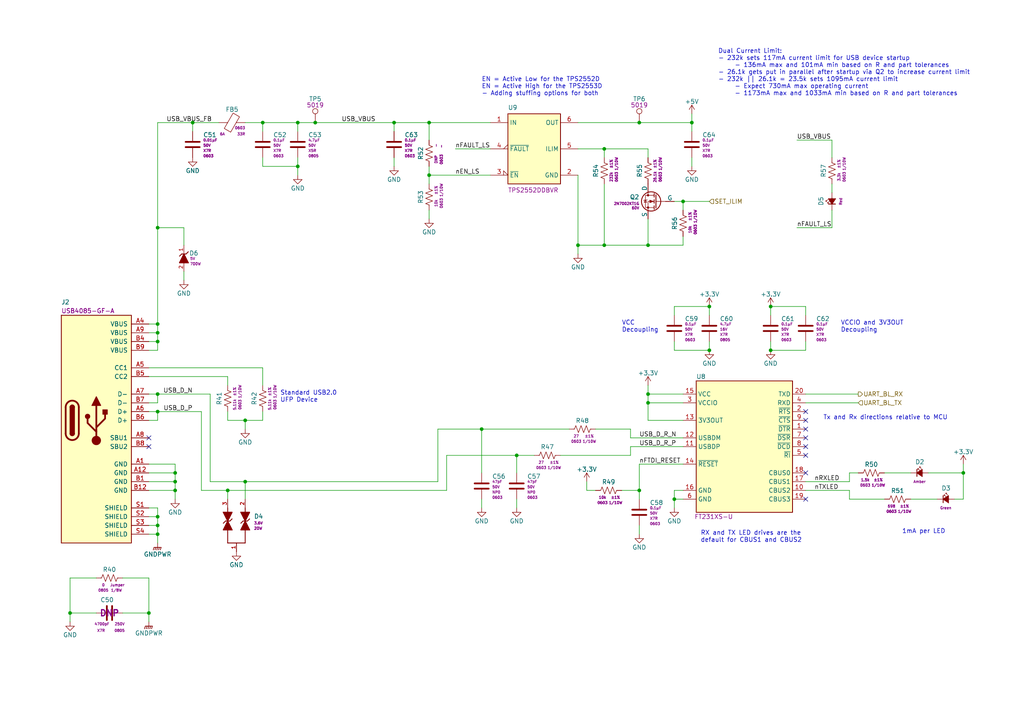
<source format=kicad_sch>
(kicad_sch (version 20211123) (generator eeschema)
  (paper "A4")
  (title_block (date "2024-05-14") (rev "1"))
  (junction (at 20.32 177.8))
  (junction (at 195.58 144.78))
  (junction (at 91.44 35.56))
  (junction (at 66.04 142.24))
  (junction (at 45.72 93.98))
  (junction (at 71.12 121.92))
  (junction (at 139.7 124.46))
  (junction (at 43.18 177.8))
  (junction (at 55.88 35.56))
  (junction (at 45.72 119.38))
  (junction (at 86.36 35.56))
  (junction (at 167.64 71.12))
  (junction (at 45.72 66.04))
  (junction (at 200.66 35.56))
  (junction (at 45.72 114.3))
  (junction (at 187.96 71.12))
  (junction (at 187.96 114.3))
  (junction (at 45.72 99.06))
  (junction (at 124.46 35.56))
  (junction (at 175.26 43.18))
  (junction (at 205.74 88.9))
  (junction (at 45.72 152.4))
  (junction (at 45.72 149.86))
  (junction (at 223.52 101.6))
  (junction (at 124.46 50.8))
  (junction (at 45.72 96.52))
  (junction (at 50.8 139.7))
  (junction (at 71.12 139.7))
  (junction (at 198.12 58.42))
  (junction (at 50.8 137.16))
  (junction (at 175.26 71.12))
  (junction (at 76.2 35.56))
  (junction (at 149.86 132.08))
  (junction (at 86.36 48.26))
  (junction (at 205.74 101.6))
  (junction (at 187.96 116.84))
  (junction (at 223.52 88.9))
  (junction (at 185.42 35.56))
  (junction (at 45.72 154.94))
  (junction (at 50.8 142.24))
  (junction (at 185.42 142.24))
  (junction (at 279.4 137.16))
  (junction (at 114.3 35.56))
  (no_connect (at 233.68 119.38))
  (no_connect (at 43.18 129.54))
  (no_connect (at 233.68 137.16))
  (no_connect (at 233.68 127))
  (no_connect (at 233.68 144.78))
  (no_connect (at 233.68 132.08))
  (no_connect (at 43.18 127))
  (no_connect (at 233.68 129.54))
  (no_connect (at 233.68 124.46))
  (no_connect (at 233.68 121.92))
  (wire (pts (xy 43.18 101.6) (xy 45.72 101.6)))
  (wire (pts (xy 165.1 124.46) (xy 139.7 124.46)))
  (wire (pts (xy 175.26 71.12) (xy 175.26 53.34)))
  (wire (pts (xy 124.46 60.96) (xy 124.46 63.5)))
  (wire (pts (xy 182.88 129.54) (xy 198.12 129.54)))
  (wire (pts (xy 86.36 48.26) (xy 86.36 45.72)))
  (wire (pts (xy 241.3 60.96) (xy 241.3 66.04)))
  (wire (pts (xy 45.72 96.52) (xy 45.72 99.06)))
  (wire (pts (xy 198.12 58.42) (xy 198.12 60.96)))
  (wire (pts (xy 20.32 180.34) (xy 20.32 177.8)))
  (wire (pts (xy 223.52 99.06) (xy 223.52 101.6)))
  (wire (pts (xy 187.96 63.5) (xy 187.96 71.12)))
  (wire (pts (xy 43.18 167.64) (xy 43.18 177.8)))
  (wire (pts (xy 233.68 114.3) (xy 248.92 114.3)))
  (wire (pts (xy 71.12 139.7) (xy 71.12 144.78)))
  (wire (pts (xy 124.46 48.26) (xy 124.46 50.8)))
  (wire (pts (xy 66.04 142.24) (xy 58.42 142.24)))
  (wire (pts (xy 175.26 43.18) (xy 175.26 45.72)))
  (wire (pts (xy 45.72 116.84) (xy 45.72 114.3)))
  (wire (pts (xy 45.72 35.56) (xy 45.72 66.04)))
  (wire (pts (xy 114.3 35.56) (xy 124.46 35.56)))
  (wire (pts (xy 195.58 99.06) (xy 195.58 101.6)))
  (wire (pts (xy 50.8 134.62) (xy 50.8 137.16)))
  (wire (pts (xy 35.56 177.8) (xy 43.18 177.8)))
  (wire (pts (xy 45.72 99.06) (xy 45.72 101.6)))
  (wire (pts (xy 205.74 88.9) (xy 195.58 88.9)))
  (wire (pts (xy 180.34 142.24) (xy 185.42 142.24)))
  (wire (pts (xy 167.64 35.56) (xy 185.42 35.56)))
  (wire (pts (xy 276.86 144.78) (xy 279.4 144.78)))
  (wire (pts (xy 195.58 88.9) (xy 195.58 91.44)))
  (wire (pts (xy 170.18 142.24) (xy 172.72 142.24)))
  (wire (pts (xy 187.96 43.18) (xy 187.96 45.72)))
  (wire (pts (xy 233.68 142.24) (xy 246.38 142.24)))
  (wire (pts (xy 233.68 99.06) (xy 233.68 101.6)))
  (wire (pts (xy 279.4 137.16) (xy 279.4 134.62)))
  (wire (pts (xy 76.2 121.92) (xy 76.2 119.38)))
  (wire (pts (xy 187.96 111.76) (xy 187.96 114.3)))
  (wire (pts (xy 114.3 45.72) (xy 114.3 48.26)))
  (wire (pts (xy 139.7 124.46) (xy 127 124.46)))
  (wire (pts (xy 200.66 35.56) (xy 200.66 38.1)))
  (wire (pts (xy 43.18 96.52) (xy 45.72 96.52)))
  (wire (pts (xy 58.42 142.24) (xy 58.42 119.38)))
  (wire (pts (xy 185.42 152.4) (xy 185.42 154.94)))
  (wire (pts (xy 167.64 50.8) (xy 167.64 71.12)))
  (wire (pts (xy 45.72 149.86) (xy 45.72 152.4)))
  (wire (pts (xy 43.18 154.94) (xy 45.72 154.94)))
  (wire (pts (xy 76.2 48.26) (xy 86.36 48.26)))
  (wire (pts (xy 76.2 45.72) (xy 76.2 48.26)))
  (wire (pts (xy 233.68 116.84) (xy 248.92 116.84)))
  (wire (pts (xy 185.42 35.56) (xy 200.66 35.56)))
  (wire (pts (xy 269.24 137.16) (xy 279.4 137.16)))
  (wire (pts (xy 43.18 106.68) (xy 76.2 106.68)))
  (wire (pts (xy 162.56 132.08) (xy 182.88 132.08)))
  (wire (pts (xy 198.12 68.58) (xy 198.12 71.12)))
  (wire (pts (xy 114.3 38.1) (xy 114.3 35.56)))
  (wire (pts (xy 86.36 35.56) (xy 91.44 35.56)))
  (wire (pts (xy 66.04 121.92) (xy 71.12 121.92)))
  (wire (pts (xy 20.32 177.8) (xy 27.94 177.8)))
  (wire (pts (xy 154.94 132.08) (xy 149.86 132.08)))
  (wire (pts (xy 43.18 93.98) (xy 45.72 93.98)))
  (wire (pts (xy 91.44 35.56) (xy 114.3 35.56)))
  (wire (pts (xy 246.38 139.7) (xy 246.38 137.16)))
  (wire (pts (xy 233.68 88.9) (xy 223.52 88.9)))
  (wire (pts (xy 45.72 66.04) (xy 53.34 66.04)))
  (wire (pts (xy 139.7 124.46) (xy 139.7 137.16)))
  (wire (pts (xy 246.38 144.78) (xy 256.54 144.78)))
  (wire (pts (xy 132.08 43.18) (xy 142.24 43.18)))
  (wire (pts (xy 43.18 149.86) (xy 45.72 149.86)))
  (wire (pts (xy 195.58 58.42) (xy 198.12 58.42)))
  (wire (pts (xy 45.72 114.3) (xy 60.96 114.3)))
  (wire (pts (xy 124.46 35.56) (xy 124.46 40.64)))
  (wire (pts (xy 231.14 66.04) (xy 241.3 66.04)))
  (wire (pts (xy 182.88 127) (xy 198.12 127)))
  (wire (pts (xy 45.72 93.98) (xy 45.72 96.52)))
  (wire (pts (xy 187.96 116.84) (xy 187.96 114.3)))
  (wire (pts (xy 149.86 132.08) (xy 129.54 132.08)))
  (wire (pts (xy 185.42 134.62) (xy 198.12 134.62)))
  (wire (pts (xy 45.72 121.92) (xy 45.72 119.38)))
  (wire (pts (xy 195.58 144.78) (xy 198.12 144.78)))
  (wire (pts (xy 256.54 137.16) (xy 264.16 137.16)))
  (wire (pts (xy 200.66 35.56) (xy 200.66 33.02)))
  (wire (pts (xy 200.66 45.72) (xy 200.66 48.26)))
  (wire (pts (xy 55.88 35.56) (xy 55.88 38.1)))
  (wire (pts (xy 43.18 137.16) (xy 50.8 137.16)))
  (wire (pts (xy 195.58 101.6) (xy 205.74 101.6)))
  (wire (pts (xy 198.12 116.84) (xy 187.96 116.84)))
  (wire (pts (xy 71.12 121.92) (xy 71.12 124.46)))
  (wire (pts (xy 43.18 139.7) (xy 50.8 139.7)))
  (wire (pts (xy 43.18 121.92) (xy 45.72 121.92)))
  (wire (pts (xy 43.18 109.22) (xy 66.04 109.22)))
  (wire (pts (xy 45.72 147.32) (xy 45.72 149.86)))
  (wire (pts (xy 175.26 43.18) (xy 187.96 43.18)))
  (wire (pts (xy 43.18 142.24) (xy 50.8 142.24)))
  (wire (pts (xy 241.3 45.72) (xy 241.3 40.64)))
  (wire (pts (xy 50.8 139.7) (xy 50.8 142.24)))
  (wire (pts (xy 205.74 91.44) (xy 205.74 88.9)))
  (wire (pts (xy 231.14 40.64) (xy 241.3 40.64)))
  (wire (pts (xy 43.18 134.62) (xy 50.8 134.62)))
  (wire (pts (xy 246.38 142.24) (xy 246.38 144.78)))
  (wire (pts (xy 45.72 154.94) (xy 45.72 157.48)))
  (wire (pts (xy 149.86 137.16) (xy 149.86 132.08)))
  (wire (pts (xy 124.46 35.56) (xy 142.24 35.56)))
  (wire (pts (xy 76.2 35.56) (xy 86.36 35.56)))
  (wire (pts (xy 198.12 71.12) (xy 187.96 71.12)))
  (wire (pts (xy 45.72 119.38) (xy 58.42 119.38)))
  (wire (pts (xy 195.58 144.78) (xy 195.58 147.32)))
  (wire (pts (xy 43.18 99.06) (xy 45.72 99.06)))
  (wire (pts (xy 53.34 71.12) (xy 53.34 66.04)))
  (wire (pts (xy 198.12 142.24) (xy 195.58 142.24)))
  (wire (pts (xy 45.72 66.04) (xy 45.72 93.98)))
  (wire (pts (xy 50.8 137.16) (xy 50.8 139.7)))
  (wire (pts (xy 86.36 48.26) (xy 86.36 50.8)))
  (wire (pts (xy 223.52 88.9) (xy 223.52 91.44)))
  (wire (pts (xy 66.04 121.92) (xy 66.04 119.38)))
  (wire (pts (xy 167.64 71.12) (xy 167.64 73.66)))
  (wire (pts (xy 50.8 142.24) (xy 50.8 144.78)))
  (wire (pts (xy 172.72 124.46) (xy 182.88 124.46)))
  (wire (pts (xy 43.18 152.4) (xy 45.72 152.4)))
  (wire (pts (xy 45.72 152.4) (xy 45.72 154.94)))
  (wire (pts (xy 127 139.7) (xy 71.12 139.7)))
  (wire (pts (xy 124.46 50.8) (xy 142.24 50.8)))
  (wire (pts (xy 187.96 71.12) (xy 175.26 71.12)))
  (wire (pts (xy 53.34 78.74) (xy 53.34 81.28)))
  (wire (pts (xy 66.04 109.22) (xy 66.04 111.76)))
  (wire (pts (xy 43.18 114.3) (xy 45.72 114.3)))
  (wire (pts (xy 185.42 134.62) (xy 185.42 142.24)))
  (wire (pts (xy 43.18 147.32) (xy 45.72 147.32)))
  (wire (pts (xy 182.88 132.08) (xy 182.88 129.54)))
  (wire (pts (xy 124.46 50.8) (xy 124.46 53.34)))
  (wire (pts (xy 187.96 114.3) (xy 198.12 114.3)))
  (wire (pts (xy 187.96 121.92) (xy 187.96 116.84)))
  (wire (pts (xy 129.54 142.24) (xy 66.04 142.24)))
  (wire (pts (xy 170.18 139.7) (xy 170.18 142.24)))
  (wire (pts (xy 198.12 121.92) (xy 187.96 121.92)))
  (wire (pts (xy 198.12 58.42) (xy 205.74 58.42)))
  (wire (pts (xy 149.86 144.78) (xy 149.86 147.32)))
  (wire (pts (xy 66.04 142.24) (xy 66.04 144.78)))
  (wire (pts (xy 246.38 137.16) (xy 248.92 137.16)))
  (wire (pts (xy 27.94 167.64) (xy 20.32 167.64)))
  (wire (pts (xy 233.68 139.7) (xy 246.38 139.7)))
  (wire (pts (xy 182.88 124.46) (xy 182.88 127)))
  (wire (pts (xy 55.88 35.56) (xy 63.5 35.56)))
  (wire (pts (xy 279.4 144.78) (xy 279.4 137.16)))
  (wire (pts (xy 264.16 144.78) (xy 271.78 144.78)))
  (wire (pts (xy 76.2 35.56) (xy 76.2 38.1)))
  (wire (pts (xy 71.12 139.7) (xy 60.96 139.7)))
  (wire (pts (xy 43.18 119.38) (xy 45.72 119.38)))
  (wire (pts (xy 205.74 99.06) (xy 205.74 101.6)))
  (wire (pts (xy 86.36 35.56) (xy 86.36 38.1)))
  (wire (pts (xy 139.7 144.78) (xy 139.7 147.32)))
  (wire (pts (xy 43.18 116.84) (xy 45.72 116.84)))
  (wire (pts (xy 167.64 71.12) (xy 175.26 71.12)))
  (wire (pts (xy 233.68 101.6) (xy 223.52 101.6)))
  (wire (pts (xy 195.58 142.24) (xy 195.58 144.78)))
  (wire (pts (xy 127 124.46) (xy 127 139.7)))
  (wire (pts (xy 167.64 43.18) (xy 175.26 43.18)))
  (wire (pts (xy 233.68 91.44) (xy 233.68 88.9)))
  (wire (pts (xy 185.42 142.24) (xy 185.42 144.78)))
  (wire (pts (xy 241.3 53.34) (xy 241.3 55.88)))
  (wire (pts (xy 129.54 132.08) (xy 129.54 142.24)))
  (wire (pts (xy 71.12 35.56) (xy 76.2 35.56)))
  (wire (pts (xy 71.12 121.92) (xy 76.2 121.92)))
  (wire (pts (xy 76.2 106.68) (xy 76.2 111.76)))
  (wire (pts (xy 35.56 167.64) (xy 43.18 167.64)))
  (wire (pts (xy 60.96 139.7) (xy 60.96 114.3)))
  (wire (pts (xy 43.18 177.8) (xy 43.18 180.34)))
  (wire (pts (xy 45.72 35.56) (xy 55.88 35.56)))
  (wire (pts (xy 20.32 167.64) (xy 20.32 177.8)))
  (text "VCC \nDecoupling" (at 180.34 96.52 0) (effects (font (size 1.27 1.27)) (justify left bottom)))
  (text "RX and TX LED drives are the \ndefault for CBUS1 and CBUS2\n" (at 203.2 157.48 0) (effects (font (size 1.27 1.27)) (justify left bottom)))
  (text "EN = Active Low for the TPS2552D\nEN = Active High for the TPS2553D\n- Adding stuffing options for both" (at 139.7 27.94 0) (effects (font (size 1.27 1.27)) (justify left bottom)))
  (text "Standard USB2.0\nUFP Device" (at 81.28 116.84 0) (effects (font (size 1.27 1.27)) (justify left bottom)))
  (text "Dual Current Limit:\n- 232k sets 117mA current limit for USB device startup\n	- 136mA max and 101mA min based on R and part tolerances\n- 26.1k gets put in parallel after startup via Q2 to increase current limit\n- 232k || 26.1k = 23.5k sets 1095mA current limit\n	- Expect 730mA max operating current\n	- 1173mA max and 1033mA min based on R and part tolerances" (at 208.28 27.94 0) (effects (font (size 1.27 1.27)) (justify left bottom)))
  (text "VCCIO and 3V3OUT\nDecoupling" (at 243.84 96.52 0) (effects (font (size 1.27 1.27)) (justify left bottom)))
  (text "Tx and Rx directions relative to MCU" (at 238.76 121.92 0) (effects (font (size 1.27 1.27)) (justify left bottom)))
  (text "1mA per LED" (at 261.62 154.94 0) (effects (font (size 1.27 1.27)) (justify left bottom)))
  (label "USB_D_P" (at 55.88 119.38 180))
  (label "USB_D_R_P" (at 185.42 129.54 0))
  (label "nTXLED" (at 236.22 142.24 0))
  (label "USB_D_R_N" (at 185.42 127 0))
  (label "nFAULT_LS" (at 132.08 43.18 0))
  (label "USB_D_N" (at 55.88 114.3 180))
  (label "nEN_LS" (at 132.08 50.8 0))
  (label "nFAULT_LS" (at 231.14 66.04 0))
  (label "USB_VBUS_FB" (at 48.26 35.56 0))
  (label "nFTDI_RESET" (at 185.42 134.62 0))
  (label "nRXLED" (at 236.22 139.7 0))
  (label "USB_VBUS" (at 231.14 40.64 0))
  (label "USB_VBUS" (at 99.06 35.56 0))
  (hierarchical_label "SET_ILIM" (shape input) (at 205.74 58.42 0))
  (hierarchical_label "UART_BL_TX" (shape input) (at 248.92 116.84 0))
  (hierarchical_label "UART_BL_RX" (shape output) (at 248.92 114.3 0))
  (symbol (lib_id ".arjun:RES_27R_1P_1{slash}10W_0603") (at 172.72 124.46 270) (unit 1)
    (property "Reference" "R48" (at 168.91 121.285 90) (effects (justify top)))
    (property "Value" "RES_27R_1P_1/10W_0603" (effects hide))
    (property "Footprint" "Resistor_SMD:R_0603_1608Metric" (effects hide))
    (property "Datasheet" "https://www.yageo.com/upload/media/product/products/datasheet/rchip/PYu-RC_Group_51_RoHS_L_12.pdf" (effects hide))
    (property "Manufacturer" "YAGEO" (effects hide))
    (property "ManufacturerPN" "RC0603JR-0727RL" (effects hide))
    (property "Vendor" "Digi-Key" (effects hide))
    (property "VendorPN" "311-27GRCT-ND" (effects hide))
    (property "Resistance" "27" (at 167.132 126.492 90) (effects (font (size 0.762 0.762))))
    (property "Tolerance" "±1% " (at 171.196 126.492 90) (effects (font (size 0.762 0.762))))
    (property "Package" "0603" (at 167.132 128.016 90) (effects (font (size 0.762 0.762))))
    (property "Power" "1/10W" (at 170.942 128.016 90) (effects (font (size 0.762 0.762))))
  )
  (symbol (lib_id "power:GND") (at 200.66 48.26 0) (unit 1)
    (property "Reference" "#PWR0103" (effects hide))
    (property "Value" "GND" (at 200.66 52.07 0))
  )
  (symbol (lib_id "power:+5V") (at 200.66 33.02 0) (unit 1)
    (property "Reference" "#PWR0102" (effects hide))
    (property "Value" "+5V" (at 200.66 29.464 0))
  )
  (symbol (lib_id ".arjun:LED_GREEN_0603") (at 274.32 144.78 0) (unit 1)
    (property "Reference" "D3" (at 273.05 141.605 0) (effects (justify left)))
    (property "Value" "LED_GREEN_0603" (effects hide))
    (property "Footprint" "LED_SMD:LED_0603_1608Metric" (effects hide))
    (property "Datasheet" "https://www.we-online.com/components/products/datasheet/150060GS75000.pdf" (effects hide))
    (property "Vendor" "Digi-Key" (effects hide))
    (property "VendorPN" "732-4971-1-ND" (effects hide))
    (property "Manufacturer" "Würth Elektronik" (effects hide))
    (property "ManufacturerPN" "150060GS75000" (effects hide))
    (property "Colour" "Green" (at 274.32 147.32 0) (effects (font (size 0.762 0.762))))
    (property "Vf" "3.2V" (effects hide))
  )
  (symbol (lib_id ".arjun:IC_LSW_TI_TPS2552D") (at 142.24 35.56 0) (unit 1)
    (property "Reference" "U9" (at 147.32 30.48 0) (effects (justify left top)))
    (property "Value" "IC_LSW_TI_TPS2552D" (effects hide))
    (property "Footprint" "arjun_footprints:SOT-23-6_TI" (effects hide))
    (property "Datasheet" "https://www.ti.com/lit/ds/symlink/tps2552d.pdf?HQS=dis-dk-null-digikeymode-dsf-pf-null-wwe&ts=1720983059651&ref_url=https%253A%252F%252Fwww.ti.com%252Fgeneral%252Fdocs%252Fsuppproductinfo.tsp%253FdistId%253D10%2526gotoUrl%253Dhttps%253A%252F%252Fwww.ti.com%252Flit%252Fgpn%252Ftps2552d" (effects hide))
    (property "Manufacturer" "Texas Instruments" (effects hide))
    (property "ManufacturerPN" "TPS2552DDBVR" (at 147.32 55.88 0) (effects (justify left bottom)))
    (property "Vendor" "Digi-Key" (effects hide))
    (property "VendorPN" "296-48189-1-ND" (effects hide))
  )
  (symbol (lib_id ".arjun:RES_698R_1P_1{slash}10W_0603") (at 264.16 144.78 270) (unit 1)
    (property "Reference" "R51" (at 260.35 141.605 90) (effects (justify top)))
    (property "Value" "RES_698R_1P_1/10W_0603" (effects hide))
    (property "Footprint" "Resistor_SMD:R_0603_1608Metric" (effects hide))
    (property "Datasheet" "https://www.yageo.com/upload/media/product/products/datasheet/rchip/PYu-RC_Group_51_RoHS_L_12.pdf" (effects hide))
    (property "Manufacturer" "YAGEO" (effects hide))
    (property "ManufacturerPN" "RC0603FR-07698RL" (effects hide))
    (property "Vendor" "Digi-Key" (effects hide))
    (property "VendorPN" "311-698HRCT-ND" (effects hide))
    (property "Resistance" "698" (at 258.572 146.812 90) (effects (font (size 0.762 0.762))))
    (property "Tolerance" "±1% " (at 262.636 146.812 90) (effects (font (size 0.762 0.762))))
    (property "Package" "0603" (at 258.572 148.336 90) (effects (font (size 0.762 0.762))))
    (property "Power" "1/10W" (at 262.382 148.336 90) (effects (font (size 0.762 0.762))))
  )
  (symbol (lib_id ".arjun:TP_KEYSTONE_5019") (at 91.44 35.56 0) (unit 1)
    (property "Reference" "TP5" (at 91.44 28.702 0))
    (property "Value" "TP_KEYSTONE_5019" (effects hide))
    (property "Footprint" "arjun_footprints:TestPoint_Keystone_5019_Minature" (effects hide))
    (property "Datasheet" "https://www.keyelco.com/product-pdf.cfm?p=1357" (effects hide))
    (property "Manufacturer" "Keystone Electronics" (effects hide))
    (property "ManufacturerPN" "5019" (at 91.44 30.48 0))
    (property "Vendor" "Digi-Key" (effects hide))
    (property "VendorPN" "36-5019CT-ND" (effects hide))
  )
  (symbol (lib_id "arjun_symbols:CH_GND") (at 45.72 157.48 0) (unit 1)
    (property "Reference" "#PWR079" (effects hide))
    (property "Value" "CH_GND" (at 45.72 160.782 0))
  )
  (symbol (lib_id ".arjun:CAP_CER_0u1_50V_X7R_0603") (at 76.2 38.1 0) (unit 1)
    (property "Reference" "C52" (at 79.248 39.116 0) (effects (justify left)))
    (property "Value" "CAP_CER_0u1_50V_X7R_0603" (effects hide))
    (property "Footprint" "Capacitor_SMD:C_0603_1608Metric" (effects hide))
    (property "Datasheet" "https://media.digikey.com/pdf/Data%20Sheets/Samsung%20PDFs/CL10B104KB8NNNC_Spec.pdf" (effects hide))
    (property "Manufacturer" "Samsung Electro-Mechanics" (effects hide))
    (property "ManufacturerPN" "CL10B104KB8NNNC" (effects hide))
    (property "Vendor" "Digi-Key" (effects hide))
    (property "VendorPN" "1276-1000-1-ND" (effects hide))
    (property "Capacitance" "0.1µF" (at 79.248 40.64 0) (effects (font (size 0.762 0.762)) (justify left)))
    (property "Voltage" "50V" (at 79.248 42.164 0) (effects (font (size 0.762 0.762)) (justify left)))
    (property "Package" "0603" (at 79.248 45.212 0) (effects (font (size 0.762 0.762)) (justify left)))
    (property "Temp Co" "X7R" (at 79.248 43.688 0) (effects (font (size 0.762 0.762)) (justify left)))
  )
  (symbol (lib_id "power:GND") (at 167.64 73.66 0) (unit 1)
    (property "Reference" "#PWR0101" (effects hide))
    (property "Value" "GND" (at 167.64 77.47 0))
  )
  (symbol (lib_id ".arjun:RES_10K_1P_1{slash}10W_0603") (at 124.46 53.34 0) (unit 1)
    (property "Reference" "R53" (at 121.285 57.15 90) (effects (justify top)))
    (property "Value" "RES_10K_1P_1/10W_0603" (effects hide))
    (property "Footprint" "Resistor_SMD:R_0603_1608Metric" (effects hide))
    (property "Datasheet" "https://www.yageo.com/upload/media/product/productsearch/datasheet/rchip/PYu-RC_Group_51_RoHS_L_12.pdf" (effects hide))
    (property "Manufacturer" "YAGEO" (effects hide))
    (property "ManufacturerPN" "RC0603FR-0710KL" (effects hide))
    (property "Vendor" "Digi-Key" (effects hide))
    (property "VendorPN" "311-10.0KHRCT-ND" (effects hide))
    (property "Resistance" "10k" (at 126.492 58.928 90) (effects (font (size 0.762 0.762))))
    (property "Tolerance" "±1% " (at 126.492 54.864 90) (effects (font (size 0.762 0.762))))
    (property "Package" "0603" (at 128.016 58.928 90) (effects (font (size 0.762 0.762))))
    (property "Power" "1/10W" (at 128.016 55.118 90) (effects (font (size 0.762 0.762))))
  )
  (symbol (lib_id "arjun_symbols:RES_5K11_1P_1{slash}10W_0603") (at 76.2 111.76 0) (unit 1)
    (property "Reference" "R42" (at 73.025 115.57 90) (effects (justify top)))
    (property "Value" "RES_5K11_1P_1/10W_0603" (effects hide))
    (property "Footprint" "Resistor_SMD:R_0603_1608Metric" (effects hide))
    (property "Datasheet" "https://www.vishay.com/docs/28773/crcwce3.pdf" (effects hide))
    (property "Manufacturer" "Vishay Dale" (effects hide))
    (property "ManufacturerPN" "CRCW06035K11FKEAC" (effects hide))
    (property "Vendor" "Digi-Key" (effects hide))
    (property "VendorPN" "541-5491-1-ND" (effects hide))
    (property "Resistance" "5.11k" (at 78.232 117.348 90) (effects (font (size 0.762 0.762))))
    (property "Tolerance" "±1% " (at 78.232 113.284 90) (effects (font (size 0.762 0.762))))
    (property "Package" "0603" (at 79.756 117.348 90) (effects (font (size 0.762 0.762))))
    (property "Power" "1/10W" (at 79.756 113.538 90) (effects (font (size 0.762 0.762))))
  )
  (symbol (lib_id ".arjun:RES_27R_1P_1{slash}10W_0603") (at 162.56 132.08 270) (unit 1)
    (property "Reference" "R47" (at 158.75 128.905 90) (effects (justify top)))
    (property "Value" "RES_27R_1P_1/10W_0603" (effects hide))
    (property "Footprint" "Resistor_SMD:R_0603_1608Metric" (effects hide))
    (property "Datasheet" "https://www.yageo.com/upload/media/product/products/datasheet/rchip/PYu-RC_Group_51_RoHS_L_12.pdf" (effects hide))
    (property "Manufacturer" "YAGEO" (effects hide))
    (property "ManufacturerPN" "RC0603JR-0727RL" (effects hide))
    (property "Vendor" "Digi-Key" (effects hide))
    (property "VendorPN" "311-27GRCT-ND" (effects hide))
    (property "Resistance" "27" (at 156.972 134.112 90) (effects (font (size 0.762 0.762))))
    (property "Tolerance" "±1% " (at 161.036 134.112 90) (effects (font (size 0.762 0.762))))
    (property "Package" "0603" (at 156.972 135.636 90) (effects (font (size 0.762 0.762))))
    (property "Power" "1/10W" (at 160.782 135.636 90) (effects (font (size 0.762 0.762))))
  )
  (symbol (lib_id "arjun_symbols:RES_0R_1{slash}8W_0805") (at 35.56 167.64 270) (unit 1)
    (property "Reference" "R40" (at 31.75 164.465 90) (effects (justify top)))
    (property "Value" "RES_0R_1/8W_0805" (effects hide))
    (property "Footprint" "Resistor_SMD:R_0805_2012Metric" (effects hide))
    (property "Datasheet" "https://www.seielect.com/catalog/sei-rmcf_rmcp.pdf" (effects hide))
    (property "Manufacturer" "Stackpole Electronics Inc" (effects hide))
    (property "ManufacturerPN" "RMCF0805ZT0R00" (effects hide))
    (property "Vendor" "Digi-Key" (effects hide))
    (property "VendorPN" "RMCF0805ZT0R00CT-ND" (effects hide))
    (property "Resistance" "0" (at 29.972 169.672 90) (effects (font (size 0.762 0.762))))
    (property "Tolerance" "Jumper" (at 34.036 169.672 90) (effects (font (size 0.762 0.762))))
    (property "Package" "0805" (at 29.972 171.196 90) (effects (font (size 0.762 0.762))))
    (property "Power" "1/8W" (at 33.782 171.196 90) (effects (font (size 0.762 0.762))))
  )
  (symbol (lib_id ".arjun:RES_232K_1P_1{slash}10W_0603") (at 175.26 45.72 0) (unit 1)
    (property "Reference" "R54" (at 172.085 49.53 90) (effects (justify top)))
    (property "Value" "RES_232K_1P_1/10W_0603" (effects hide))
    (property "Footprint" "Resistor_SMD:R_0603_1608Metric" (effects hide))
    (property "Datasheet" "https://www.yageo.com/upload/media/product/products/datasheet/rchip/PYu-RC_Group_51_RoHS_L_12.pdf" (effects hide))
    (property "Manufacturer" "YAGEO" (effects hide))
    (property "ManufacturerPN" "RC0603FR-07232KL" (effects hide))
    (property "Vendor" "Digi-Key" (effects hide))
    (property "VendorPN" "311-232KHRCT-ND" (effects hide))
    (property "Resistance" "232k" (at 177.292 51.308 90) (effects (font (size 0.762 0.762))))
    (property "Tolerance" "±1% " (at 177.292 47.244 90) (effects (font (size 0.762 0.762))))
    (property "Package" "0603" (at 178.816 51.308 90) (effects (font (size 0.762 0.762))))
    (property "Power" "1/10W" (at 178.816 47.498 90) (effects (font (size 0.762 0.762))))
  )
  (symbol (lib_id "power:GND") (at 205.74 101.6 0) (unit 1)
    (property "Reference" "#PWR096" (effects hide))
    (property "Value" "GND" (at 205.74 105.41 0))
  )
  (symbol (lib_id "power:GND") (at 223.52 101.6 0) (unit 1)
    (property "Reference" "#PWR098" (effects hide))
    (property "Value" "GND" (at 223.52 105.41 0))
  )
  (symbol (lib_id "power:GND") (at 55.88 45.72 0) (unit 1)
    (property "Reference" "#PWR081" (effects hide))
    (property "Value" "GND" (at 55.88 49.53 0))
  )
  (symbol (lib_id ".arjun:LED_RED_0603") (at 241.3 58.42 90) (unit 1)
    (property "Reference" "D5" (at 238.125 59.69 0) (effects (justify left)))
    (property "Value" "LED_RED_0603" (effects hide))
    (property "Footprint" "LED_SMD:LED_0603_1608Metric" (effects hide))
    (property "Datasheet" "https://www.we-online.com/components/products/datasheet/150060RS75000.pdf" (effects hide))
    (property "Vendor" "Digi-Key" (effects hide))
    (property "VendorPN" "732-4978-1-ND" (effects hide))
    (property "Manufacturer" "Würth Elektronik" (effects hide))
    (property "ManufacturerPN" "150060RS75000" (effects hide))
    (property "Colour" "Red" (at 243.84 58.42 0) (effects (font (size 0.762 0.762))))
    (property "Vf" "2V" (effects hide))
  )
  (symbol (lib_id "power:GND") (at 185.42 154.94 0) (unit 1)
    (property "Reference" "#PWR092" (effects hide))
    (property "Value" "GND" (at 185.42 158.75 0))
  )
  (symbol (lib_id ".arjun:D_TVS_UNI_5V_700W_2-UDFN") (at 53.34 71.12 0) (unit 1)
    (property "Reference" "D6" (at 54.864 74.168 0) (effects (justify left bottom)))
    (property "Value" "D_TVS_UNI_5V_700W_2-UDFN" (effects hide))
    (property "Footprint" "arjun_footprints:QFN-2L_STM" (effects hide))
    (property "Datasheet" "https://www.st.com/resource/en/datasheet/esda20p50-1u1m.pdf" (effects hide))
    (property "Manufacturer" "STMicroelectronics" (effects hide))
    (property "ManufacturerPN" "ESDA7P60-1U1M" (effects hide))
    (property "Vendor" "Digi-Key" (effects hide))
    (property "VendorPN" "497-16253-1-ND" (effects hide))
    (property "Vr" "5V" (at 55.118 75.438 0) (effects (font (size 0.762 0.762)) (justify left bottom)))
    (property "Power Peak Pulse" "700W" (at 55.118 76.962 0) (effects (font (size 0.762 0.762)) (justify left bottom)))
  )
  (symbol (lib_id "power:GND") (at 71.12 124.46 0) (unit 1)
    (property "Reference" "#PWR082" (effects hide))
    (property "Value" "GND" (at 71.12 128.27 0))
  )
  (symbol (lib_id ".arjun:CAP_CER_0u01_50V_X7R_0603") (at 55.88 38.1 0) (unit 1)
    (property "Reference" "C51" (at 58.928 39.116 0) (effects (justify left)))
    (property "Value" "CAP_CER_0u01_50V_X7R_0603" (effects hide))
    (property "Footprint" "Capacitor_SMD:C_0603_1608Metric" (effects hide))
    (property "Datasheet" "https://media.digikey.com/pdf/Data%20Sheets/Samsung%20PDFs/CL10B103KB8NNNC_Spec.pdf" (effects hide))
    (property "Manufacturer" "Samsung Electro-Mechanics" (effects hide))
    (property "ManufacturerPN" "CL10B103KB8NNNC" (effects hide))
    (property "Vendor" "Digi-Key" (effects hide))
    (property "VendorPN" "1276-1009-1-ND" (effects hide))
    (property "Capacitance" "0.01µF" (at 58.928 40.64 0) (effects (font (size 0.762 0.762)) (justify left)))
    (property "Voltage" "50V" (at 58.928 42.164 0) (effects (font (size 0.762 0.762)) (justify left)))
    (property "Package" "0603" (at 58.928 45.212 0) (effects (font (size 0.762 0.762)) (justify left)))
    (property "Temp Co" "X7R" (at 58.928 43.688 0) (effects (font (size 0.762 0.762)) (justify left)))
  )
  (symbol (lib_id "power:GND") (at 149.86 147.32 0) (unit 1)
    (property "Reference" "#PWR090" (effects hide))
    (property "Value" "GND" (at 149.86 151.13 0))
  )
  (symbol (lib_id ".arjun:CAP_CER_47p_50V_NP0_0603") (at 139.7 137.16 0) (unit 1)
    (property "Reference" "C56" (at 142.748 138.176 0) (effects (justify left)))
    (property "Value" "CAP_CER_47p_50V_NP0_0603" (effects hide))
    (property "Footprint" "Capacitor_SMD:C_0603_1608Metric" (effects hide))
    (property "Datasheet" "https://connect.kemet.com:7667/gateway/IntelliData-ComponentDocumentation/1.0/download/datasheet/C0603C270K5GACTU" (effects hide))
    (property "Manufacturer" "Samsung Electro-Mechanics" (effects hide))
    (property "ManufacturerPN" "CL10C470JB8NNNC" (effects hide))
    (property "Vendor" "Digi-Key" (effects hide))
    (property "VendorPN" "1276-1037-1-ND" (effects hide))
    (property "Capacitance" "47pF" (at 142.748 139.7 0) (effects (font (size 0.762 0.762)) (justify left)))
    (property "Voltage" "50V" (at 142.748 141.224 0) (effects (font (size 0.762 0.762)) (justify left)))
    (property "Package" "0603" (at 142.748 144.272 0) (effects (font (size 0.762 0.762)) (justify left)))
    (property "Temp Co" "NP0" (at 142.748 142.748 0) (effects (font (size 0.762 0.762)) (justify left)))
  )
  (symbol (lib_id "arjun_symbols:CAP_CER_4700p_250V_X7R_0805") (at 27.94 177.8 90) (unit 1) (in_bom no) (on_board no)
    (property "Reference" "C50" (at 33.02 173.99 90) (effects (justify left)))
    (property "Value" "CAP_CER_4700p_250V_X7R_0805" (effects hide))
    (property "Footprint" "Capacitor_SMD:C_0805_2012Metric" (effects hide))
    (property "Datasheet" "https://www.yageo.com/upload/media/product/products/datasheet/mlcc/UPY-NP0X7R_MV_100-to-630V_21.pdf" (effects hide))
    (property "Manufacturer" "YAGEO" (effects hide))
    (property "ManufacturerPN" "CC0805KRX7RYBB472" (effects hide))
    (property "Vendor" "Digi-Key" (effects hide))
    (property "VendorPN" "311-3395-1-ND" (effects hide))
    (property "Capacitance" "4700pF" (at 31.75 180.975 90) (effects (font (size 0.762 0.762)) (justify left)))
    (property "Voltage" "250V" (at 36.195 180.975 90) (effects (font (size 0.762 0.762)) (justify left)))
    (property "Package" "0805" (at 36.195 182.88 90) (effects (font (size 0.762 0.762)) (justify left)))
    (property "Temp Co" "X7R" (at 30.48 182.88 90) (effects (font (size 0.762 0.762)) (justify left)))
    (property "DNP" "DNP" (at 31.75 177.8 90) (effects (font (size 1.778 1.778) bold)))
  )
  (symbol (lib_id ".arjun:RES_DNP_0603") (at 124.46 40.64 0) (unit 1)
    (property "Reference" "R52" (at 121.285 44.45 90) (effects (justify top)))
    (property "Value" "RES_DNP_0603" (effects hide))
    (property "Footprint" "Resistor_SMD:R_0603_1608Metric" (effects hide))
    (property "Manufacturer" "DNP" (effects hide))
    (property "ManufacturerPN" "DNP" (effects hide))
    (property "Vendor" "DNP" (effects hide))
    (property "VendorPN" "DNP" (effects hide))
    (property "Resistance" "DNP" (at 126.492 46.228 90) (effects (font (size 0.762 0.762))))
    (property "Tolerance" "-" (at 126.492 42.164 90) (effects (font (size 0.762 0.762))))
    (property "Package" "0603" (at 128.016 46.228 90) (effects (font (size 0.762 0.762))))
    (property "Power" "-" (at 128.016 42.418 90) (effects (font (size 0.762 0.762))))
  )
  (symbol (lib_id ".arjun:FER_33R_6A_0603") (at 63.5 35.56 0) (unit 1)
    (property "Reference" "FB5" (at 67.31 31.75 0))
    (property "Value" "FER_33R_6A_0603" (effects hide))
    (property "Footprint" "Inductor_SMD:L_0603_1608Metric" (effects hide))
    (property "Datasheet" "https://www.murata.com/en-us/products/productdetail?partno=BLM18SG330SN1%23" (effects hide))
    (property "Manufacturer" "Murata Electronics" (effects hide))
    (property "ManufacturerPN" "BLM18SG330SN1D" (effects hide))
    (property "Vendor" "Digi-Key" (effects hide))
    (property "VendorPN" "490-BLM18SG330SN1DCT-ND" (effects hide))
    (property "Impedance@100MHz" "33R" (at 71.12 38.862 0) (effects (font (size 0.762 0.762)) (justify right)))
    (property "Rated Current" "6A" (at 63.754 38.862 0) (effects (font (size 0.762 0.762)) (justify left)))
    (property "Package" "0603" (at 71.12 37.084 0) (effects (font (size 0.762 0.762)) (justify right)))
  )
  (symbol (lib_id "arjun_symbols:CONN_USBC_RCPT_USB2.0_USB4085-GF-A") (at 43.18 93.98 0) (unit 1)
    (property "Reference" "J2" (at 17.78 87.63 0) (effects (justify left)))
    (property "Value" "CONN_USBC_RCPT_USB2.0_USB4085-GF-A" (effects hide))
    (property "Footprint" "arjun_footprints:GCT_USB4085-GF-A_REVA4" (effects hide))
    (property "Datasheet" "https://gct.co/files/drawings/usb4085.pdf" (effects hide))
    (property "Manufacturer" "GCT" (effects hide))
    (property "ManufacturerPN" "USB4085-GF-A" (at 17.78 90.17 0) (effects (justify left)))
    (property "Vendor" "Digi-Key" (effects hide))
    (property "VendorPN" "2073-USB4085-GF-ACT-ND" (effects hide))
  )
  (symbol (lib_id ".arjun:RES_3K3_1P_1{slash}10W_0603") (at 241.3 45.72 0) (unit 1)
    (property "Reference" "R57" (at 238.125 49.53 90) (effects (justify top)))
    (property "Value" "RES_3K3_1P_1/10W_0603" (effects hide))
    (property "Footprint" "Resistor_SMD:R_0603_1608Metric" (effects hide))
    (property "Datasheet" "https://www.seielect.com/catalog/sei-rmcf_rmcp.pdf" (effects hide))
    (property "Manufacturer" "Stackpole Electronics Inc" (effects hide))
    (property "ManufacturerPN" "RMCF0603FT3K30" (effects hide))
    (property "Vendor" "Digi-Key" (effects hide))
    (property "VendorPN" "RMCF0603FT3K30CT-ND" (effects hide))
    (property "Resistance" "3.3k" (at 243.332 51.308 90) (effects (font (size 0.762 0.762))))
    (property "Tolerance" "±1% " (at 243.332 47.244 90) (effects (font (size 0.762 0.762))))
    (property "Package" "0603" (at 244.856 51.308 90) (effects (font (size 0.762 0.762))))
    (property "Power" "1/10W" (at 244.856 47.498 90) (effects (font (size 0.762 0.762))))
  )
  (symbol (lib_id ".arjun:TP_KEYSTONE_5019") (at 185.42 35.56 0) (unit 1)
    (property "Reference" "TP6" (at 185.42 28.702 0))
    (property "Value" "TP_KEYSTONE_5019" (effects hide))
    (property "Footprint" "arjun_footprints:TestPoint_Keystone_5019_Minature" (effects hide))
    (property "Datasheet" "https://www.keyelco.com/product-pdf.cfm?p=1357" (effects hide))
    (property "Manufacturer" "Keystone Electronics" (effects hide))
    (property "ManufacturerPN" "5019" (at 185.42 30.48 0))
    (property "Vendor" "Digi-Key" (effects hide))
    (property "VendorPN" "36-5019CT-ND" (effects hide))
  )
  (symbol (lib_id "power:GND") (at 139.7 147.32 0) (unit 1)
    (property "Reference" "#PWR089" (effects hide))
    (property "Value" "GND" (at 139.7 151.13 0))
  )
  (symbol (lib_id ".arjun:RES_26K1_1P_1{slash}10W_0603") (at 187.96 45.72 0) (unit 1)
    (property "Reference" "R55" (at 184.785 49.53 90) (effects (justify top)))
    (property "Value" "RES_26K1_1P_1/10W_0603" (effects hide))
    (property "Footprint" "Resistor_SMD:R_0603_1608Metric" (effects hide))
    (property "Datasheet" "https://www.yageo.com/upload/media/product/products/datasheet/rchip/PYu-RC_Group_51_RoHS_L_12.pdf" (effects hide))
    (property "Manufacturer" "YAGEO" (effects hide))
    (property "ManufacturerPN" "RC0603FR-0726K1L" (effects hide))
    (property "Vendor" "Digi-Key" (effects hide))
    (property "VendorPN" "311-26.1KHRCT-ND" (effects hide))
    (property "Resistance" "26.1k" (at 189.992 51.308 90) (effects (font (size 0.762 0.762))))
    (property "Tolerance" "±1% " (at 189.992 47.244 90) (effects (font (size 0.762 0.762))))
    (property "Package" "0603" (at 191.516 51.308 90) (effects (font (size 0.762 0.762))))
    (property "Power" "1/10W" (at 191.516 47.498 90) (effects (font (size 0.762 0.762))))
  )
  (symbol (lib_id ".arjun:CAP_CER_4u7_16V_X7R_0805") (at 205.74 91.44 0) (unit 1)
    (property "Reference" "C60" (at 208.788 92.456 0) (effects (justify left)))
    (property "Value" "CAP_CER_4u7_16V_X7R_0805" (effects hide))
    (property "Footprint" "Capacitor_SMD:C_0805_2012Metric" (effects hide))
    (property "Datasheet" "https://ds.murata.co.jp/simsurfing/mlcc.html?partnumbers=%5B%22GRM21BR71C475KE51%22%5D&oripartnumbers=%5B%22GRM21BR71C475KE51L%22%5D&rgear=jomoqke&rgearinfo=com&md5=1718844499027" (effects hide))
    (property "Manufacturer" "Murata Electronics" (effects hide))
    (property "ManufacturerPN" "GRM21BR71C475KE51L" (effects hide))
    (property "Vendor" "Digi-Key" (effects hide))
    (property "VendorPN" "490-14466-1-ND" (effects hide))
    (property "Capacitance" "4.7µF" (at 208.788 93.98 0) (effects (font (size 0.762 0.762)) (justify left)))
    (property "Voltage" "16V" (at 208.788 95.504 0) (effects (font (size 0.762 0.762)) (justify left)))
    (property "Package" "0805" (at 208.788 98.552 0) (effects (font (size 0.762 0.762)) (justify left)))
    (property "Temp Co" "X7R" (at 208.788 97.028 0) (effects (font (size 0.762 0.762)) (justify left)))
  )
  (symbol (lib_id ".arjun:RES_10K_1P_1{slash}10W_0603") (at 198.12 60.96 0) (unit 1)
    (property "Reference" "R56" (at 194.945 64.77 90) (effects (justify top)))
    (property "Value" "RES_10K_1P_1/10W_0603" (effects hide))
    (property "Footprint" "Resistor_SMD:R_0603_1608Metric" (effects hide))
    (property "Datasheet" "https://www.yageo.com/upload/media/product/productsearch/datasheet/rchip/PYu-RC_Group_51_RoHS_L_12.pdf" (effects hide))
    (property "Manufacturer" "YAGEO" (effects hide))
    (property "ManufacturerPN" "RC0603FR-0710KL" (effects hide))
    (property "Vendor" "Digi-Key" (effects hide))
    (property "VendorPN" "311-10.0KHRCT-ND" (effects hide))
    (property "Resistance" "10k" (at 200.152 66.548 90) (effects (font (size 0.762 0.762))))
    (property "Tolerance" "±1% " (at 200.152 62.484 90) (effects (font (size 0.762 0.762))))
    (property "Package" "0603" (at 201.676 66.548 90) (effects (font (size 0.762 0.762))))
    (property "Power" "1/10W" (at 201.676 62.738 90) (effects (font (size 0.762 0.762))))
  )
  (symbol (lib_id ".arjun:CAP_CER_0u1_50V_X7R_0603") (at 200.66 38.1 0) (unit 1)
    (property "Reference" "C64" (at 203.708 39.116 0) (effects (justify left)))
    (property "Value" "CAP_CER_0u1_50V_X7R_0603" (effects hide))
    (property "Footprint" "Capacitor_SMD:C_0603_1608Metric" (effects hide))
    (property "Datasheet" "https://media.digikey.com/pdf/Data%20Sheets/Samsung%20PDFs/CL10B104KB8NNNC_Spec.pdf" (effects hide))
    (property "Manufacturer" "Samsung Electro-Mechanics" (effects hide))
    (property "ManufacturerPN" "CL10B104KB8NNNC" (effects hide))
    (property "Vendor" "Digi-Key" (effects hide))
    (property "VendorPN" "1276-1000-1-ND" (effects hide))
    (property "Capacitance" "0.1µF" (at 203.708 40.64 0) (effects (font (size 0.762 0.762)) (justify left)))
    (property "Voltage" "50V" (at 203.708 42.164 0) (effects (font (size 0.762 0.762)) (justify left)))
    (property "Package" "0603" (at 203.708 45.212 0) (effects (font (size 0.762 0.762)) (justify left)))
    (property "Temp Co" "X7R" (at 203.708 43.688 0) (effects (font (size 0.762 0.762)) (justify left)))
  )
  (symbol (lib_id "power:GND") (at 20.32 180.34 0) (unit 1)
    (property "Reference" "#PWR077" (effects hide))
    (property "Value" "GND" (at 20.32 184.15 0))
  )
  (symbol (lib_id ".arjun:LED_AMBER_0603") (at 266.7 137.16 0) (unit 1)
    (property "Reference" "D2" (at 265.43 133.985 0) (effects (justify left)))
    (property "Value" "LED_AMBER_0603" (effects hide))
    (property "Footprint" "LED_SMD:LED_0603_1608Metric" (effects hide))
    (property "Datasheet" "https://www.we-online.com/components/products/datasheet/150060AS75000.pdf" (effects hide))
    (property "Vendor" "Digi-Key" (effects hide))
    (property "VendorPN" "732-150060AS75000CT-ND" (effects hide))
    (property "Manufacturer" "Würth Elektronik" (effects hide))
    (property "ManufacturerPN" "150060AS75000" (effects hide))
    (property "Colour" "Amber" (at 266.7 139.7 0) (effects (font (size 0.762 0.762))))
    (property "Vf" "2V" (effects hide))
  )
  (symbol (lib_id ".arjun:CAP_CER_4u7_50V_X5R_0805") (at 86.36 38.1 0) (unit 1)
    (property "Reference" "C53" (at 89.408 39.116 0) (effects (justify left)))
    (property "Value" "CAP_CER_4u7_50V_X5R_0805" (effects hide))
    (property "Footprint" "Capacitor_SMD:C_0805_2012Metric" (effects hide))
    (property "Datasheet" "https://search.murata.co.jp/Ceramy/image/img/A01X/G101/ENG/GRM21BR61H475KE51-01.pdf" (effects hide))
    (property "Manufacturer" "Murata Electronics" (effects hide))
    (property "ManufacturerPN" "GRM21BR61H475KE51L" (effects hide))
    (property "Vendor" "Digi-Key" (effects hide))
    (property "VendorPN" "490-10751-1-ND" (effects hide))
    (property "Capacitance" "4.7µF" (at 89.408 40.64 0) (effects (font (size 0.762 0.762)) (justify left)))
    (property "Voltage" "50V" (at 89.408 42.164 0) (effects (font (size 0.762 0.762)) (justify left)))
    (property "Package" "0805" (at 89.408 45.212 0) (effects (font (size 0.762 0.762)) (justify left)))
    (property "Temp Co" "X5R" (at 89.408 43.688 0) (effects (font (size 0.762 0.762)) (justify left)))
  )
  (symbol (lib_id "power:GND") (at 86.36 50.8 0) (unit 1)
    (property "Reference" "#PWR084" (effects hide))
    (property "Value" "GND" (at 86.36 54.61 0))
  )
  (symbol (lib_id ".arjun:CAP_CER_0u1_50V_X7R_0603") (at 195.58 91.44 0) (unit 1)
    (property "Reference" "C59" (at 198.628 92.456 0) (effects (justify left)))
    (property "Value" "CAP_CER_0u1_50V_X7R_0603" (effects hide))
    (property "Footprint" "Capacitor_SMD:C_0603_1608Metric" (effects hide))
    (property "Datasheet" "https://media.digikey.com/pdf/Data%20Sheets/Samsung%20PDFs/CL10B104KB8NNNC_Spec.pdf" (effects hide))
    (property "Manufacturer" "Samsung Electro-Mechanics" (effects hide))
    (property "ManufacturerPN" "CL10B104KB8NNNC" (effects hide))
    (property "Vendor" "Digi-Key" (effects hide))
    (property "VendorPN" "1276-1000-1-ND" (effects hide))
    (property "Capacitance" "0.1µF" (at 198.628 93.98 0) (effects (font (size 0.762 0.762)) (justify left)))
    (property "Voltage" "50V" (at 198.628 95.504 0) (effects (font (size 0.762 0.762)) (justify left)))
    (property "Package" "0603" (at 198.628 98.552 0) (effects (font (size 0.762 0.762)) (justify left)))
    (property "Temp Co" "X7R" (at 198.628 97.028 0) (effects (font (size 0.762 0.762)) (justify left)))
  )
  (symbol (lib_id ".arjun:CAP_CER_0u1_50V_X7R_0603") (at 233.68 91.44 0) (unit 1)
    (property "Reference" "C62" (at 236.728 92.456 0) (effects (justify left)))
    (property "Value" "CAP_CER_0u1_50V_X7R_0603" (effects hide))
    (property "Footprint" "Capacitor_SMD:C_0603_1608Metric" (effects hide))
    (property "Datasheet" "https://media.digikey.com/pdf/Data%20Sheets/Samsung%20PDFs/CL10B104KB8NNNC_Spec.pdf" (effects hide))
    (property "Manufacturer" "Samsung Electro-Mechanics" (effects hide))
    (property "ManufacturerPN" "CL10B104KB8NNNC" (effects hide))
    (property "Vendor" "Digi-Key" (effects hide))
    (property "VendorPN" "1276-1000-1-ND" (effects hide))
    (property "Capacitance" "0.1µF" (at 236.728 93.98 0) (effects (font (size 0.762 0.762)) (justify left)))
    (property "Voltage" "50V" (at 236.728 95.504 0) (effects (font (size 0.762 0.762)) (justify left)))
    (property "Package" "0603" (at 236.728 98.552 0) (effects (font (size 0.762 0.762)) (justify left)))
    (property "Temp Co" "X7R" (at 236.728 97.028 0) (effects (font (size 0.762 0.762)) (justify left)))
  )
  (symbol (lib_id "arjun_symbols:RES_5K11_1P_1{slash}10W_0603") (at 66.04 111.76 0) (unit 1)
    (property "Reference" "R41" (at 62.865 115.57 90) (effects (justify top)))
    (property "Value" "RES_5K11_1P_1/10W_0603" (effects hide))
    (property "Footprint" "Resistor_SMD:R_0603_1608Metric" (effects hide))
    (property "Datasheet" "https://www.vishay.com/docs/28773/crcwce3.pdf" (effects hide))
    (property "Manufacturer" "Vishay Dale" (effects hide))
    (property "ManufacturerPN" "CRCW06035K11FKEAC" (effects hide))
    (property "Vendor" "Digi-Key" (effects hide))
    (property "VendorPN" "541-5491-1-ND" (effects hide))
    (property "Resistance" "5.11k" (at 68.072 117.348 90) (effects (font (size 0.762 0.762))))
    (property "Tolerance" "±1% " (at 68.072 113.284 90) (effects (font (size 0.762 0.762))))
    (property "Package" "0603" (at 69.596 117.348 90) (effects (font (size 0.762 0.762))))
    (property "Power" "1/10W" (at 69.596 113.538 90) (effects (font (size 0.762 0.762))))
  )
  (symbol (lib_id "power:GND") (at 50.8 144.78 0) (unit 1)
    (property "Reference" "#PWR080" (effects hide))
    (property "Value" "GND" (at 50.8 148.59 0))
  )
  (symbol (lib_id ".arjun:RES_10K_1P_1{slash}10W_0603") (at 180.34 142.24 270) (unit 1)
    (property "Reference" "R49" (at 176.53 139.065 90) (effects (justify top)))
    (property "Value" "RES_10K_1P_1/10W_0603" (effects hide))
    (property "Footprint" "Resistor_SMD:R_0603_1608Metric" (effects hide))
    (property "Datasheet" "https://www.yageo.com/upload/media/product/productsearch/datasheet/rchip/PYu-RC_Group_51_RoHS_L_12.pdf" (effects hide))
    (property "Manufacturer" "YAGEO" (effects hide))
    (property "ManufacturerPN" "RC0603FR-0710KL" (effects hide))
    (property "Vendor" "Digi-Key" (effects hide))
    (property "VendorPN" "311-10.0KHRCT-ND" (effects hide))
    (property "Resistance" "10k" (at 174.752 144.272 90) (effects (font (size 0.762 0.762))))
    (property "Tolerance" "±1% " (at 178.816 144.272 90) (effects (font (size 0.762 0.762))))
    (property "Package" "0603" (at 174.752 145.796 90) (effects (font (size 0.762 0.762))))
    (property "Power" "1/10W" (at 178.562 145.796 90) (effects (font (size 0.762 0.762))))
  )
  (symbol (lib_id ".arjun:CAP_CER_0u1_50V_X7R_0603") (at 185.42 144.78 0) (unit 1)
    (property "Reference" "C58" (at 188.468 145.796 0) (effects (justify left)))
    (property "Value" "CAP_CER_0u1_50V_X7R_0603" (effects hide))
    (property "Footprint" "Capacitor_SMD:C_0603_1608Metric" (effects hide))
    (property "Datasheet" "https://media.digikey.com/pdf/Data%20Sheets/Samsung%20PDFs/CL10B104KB8NNNC_Spec.pdf" (effects hide))
    (property "Manufacturer" "Samsung Electro-Mechanics" (effects hide))
    (property "ManufacturerPN" "CL10B104KB8NNNC" (effects hide))
    (property "Vendor" "Digi-Key" (effects hide))
    (property "VendorPN" "1276-1000-1-ND" (effects hide))
    (property "Capacitance" "0.1µF" (at 188.468 147.32 0) (effects (font (size 0.762 0.762)) (justify left)))
    (property "Voltage" "50V" (at 188.468 148.844 0) (effects (font (size 0.762 0.762)) (justify left)))
    (property "Package" "0603" (at 188.468 151.892 0) (effects (font (size 0.762 0.762)) (justify left)))
    (property "Temp Co" "X7R" (at 188.468 150.368 0) (effects (font (size 0.762 0.762)) (justify left)))
  )
  (symbol (lib_id ".arjun:CAP_CER_0u1_50V_X7R_0603") (at 114.3 38.1 0) (unit 1)
    (property "Reference" "C63" (at 117.348 39.116 0) (effects (justify left)))
    (property "Value" "CAP_CER_0u1_50V_X7R_0603" (effects hide))
    (property "Footprint" "Capacitor_SMD:C_0603_1608Metric" (effects hide))
    (property "Datasheet" "https://media.digikey.com/pdf/Data%20Sheets/Samsung%20PDFs/CL10B104KB8NNNC_Spec.pdf" (effects hide))
    (property "Manufacturer" "Samsung Electro-Mechanics" (effects hide))
    (property "ManufacturerPN" "CL10B104KB8NNNC" (effects hide))
    (property "Vendor" "Digi-Key" (effects hide))
    (property "VendorPN" "1276-1000-1-ND" (effects hide))
    (property "Capacitance" "0.1µF" (at 117.348 40.64 0) (effects (font (size 0.762 0.762)) (justify left)))
    (property "Voltage" "50V" (at 117.348 42.164 0) (effects (font (size 0.762 0.762)) (justify left)))
    (property "Package" "0603" (at 117.348 45.212 0) (effects (font (size 0.762 0.762)) (justify left)))
    (property "Temp Co" "X7R" (at 117.348 43.688 0) (effects (font (size 0.762 0.762)) (justify left)))
  )
  (symbol (lib_id ".arjun:RES_1K5_1P_1{slash}10W_0603") (at 256.54 137.16 270) (unit 1)
    (property "Reference" "R50" (at 252.73 133.985 90) (effects (justify top)))
    (property "Value" "RES_1K5_1P_1/10W_0603" (effects hide))
    (property "Footprint" "Resistor_SMD:R_0603_1608Metric" (effects hide))
    (property "Datasheet" "https://www.yageo.com/upload/media/product/products/datasheet/rchip/PYu-RC_Group_51_RoHS_L_12.pdf" (effects hide))
    (property "Manufacturer" "YAGEO" (effects hide))
    (property "ManufacturerPN" "RC0603FR-071K5L" (effects hide))
    (property "Vendor" "Digi-Key" (effects hide))
    (property "VendorPN" "311-1.50KHRCT-ND" (effects hide))
    (property "Resistance" "1.5k" (at 250.952 139.192 90) (effects (font (size 0.762 0.762))))
    (property "Tolerance" "±1% " (at 255.016 139.192 90) (effects (font (size 0.762 0.762))))
    (property "Package" "0603" (at 250.952 140.716 90) (effects (font (size 0.762 0.762))))
    (property "Power" "1/10W" (at 254.762 140.716 90) (effects (font (size 0.762 0.762))))
  )
  (symbol (lib_id "power:GND") (at 124.46 63.5 0) (unit 1)
    (property "Reference" "#PWR0100" (effects hide))
    (property "Value" "GND" (at 124.46 67.31 0))
  )
  (symbol (lib_id "power:+3.3V") (at 205.74 88.9 0) (unit 1)
    (property "Reference" "#PWR095" (effects hide))
    (property "Value" "+3.3V" (at 205.74 85.344 0))
  )
  (symbol (lib_id "power:+3.3V") (at 223.52 88.9 0) (unit 1)
    (property "Reference" "#PWR097" (effects hide))
    (property "Value" "+3.3V" (at 223.52 85.344 0))
  )
  (symbol (lib_id "power:GND") (at 68.58 160.02 0) (unit 1)
    (property "Reference" "#PWR0104" (effects hide))
    (property "Value" "GND" (at 68.58 163.83 0))
  )
  (symbol (lib_id "power:+3.3V") (at 170.18 139.7 0) (unit 1)
    (property "Reference" "#PWR091" (effects hide))
    (property "Value" "+3.3V" (at 170.18 136.144 0))
  )
  (symbol (lib_id ".arjun:NFET_60V_0A5_2N7002KT1G") (at 187.96 53.34 0) (mirror y) (unit 1)
    (property "Reference" "Q2" (at 185.42 57.15 0) (effects (justify left)))
    (property "Value" "NFET_60V_0A5_2N7002KT1G" (effects hide))
    (property "Footprint" "arjun_footprints:SOT-23_ONSEMI" (effects hide))
    (property "Datasheet" "https://www.onsemi.com/pdf/datasheet/2n7002k-d.pdf" (effects hide))
    (property "Vendor" "Digi-Key" (effects hide))
    (property "VendorPN" "2N7002KT1GOSCT-ND" (effects hide))
    (property "Manufacturer" "onsemi" (effects hide))
    (property "ManufacturerPN" "2N7002KT1G" (at 185.42 59.055 0) (effects (font (size 0.762 0.762)) (justify left)))
    (property "Vds" "60V" (at 185.42 60.325 0) (effects (font (size 0.762 0.762)) (justify left)))
    (property "Id" "500mA" (effects hide))
  )
  (symbol (lib_id ".arjun:CAP_CER_47p_50V_NP0_0603") (at 149.86 137.16 0) (unit 1)
    (property "Reference" "C57" (at 152.908 138.176 0) (effects (justify left)))
    (property "Value" "CAP_CER_47p_50V_NP0_0603" (effects hide))
    (property "Footprint" "Capacitor_SMD:C_0603_1608Metric" (effects hide))
    (property "Datasheet" "https://connect.kemet.com:7667/gateway/IntelliData-ComponentDocumentation/1.0/download/datasheet/C0603C270K5GACTU" (effects hide))
    (property "Manufacturer" "Samsung Electro-Mechanics" (effects hide))
    (property "ManufacturerPN" "CL10C470JB8NNNC" (effects hide))
    (property "Vendor" "Digi-Key" (effects hide))
    (property "VendorPN" "1276-1037-1-ND" (effects hide))
    (property "Capacitance" "47pF" (at 152.908 139.7 0) (effects (font (size 0.762 0.762)) (justify left)))
    (property "Voltage" "50V" (at 152.908 141.224 0) (effects (font (size 0.762 0.762)) (justify left)))
    (property "Package" "0603" (at 152.908 144.272 0) (effects (font (size 0.762 0.762)) (justify left)))
    (property "Temp Co" "NP0" (at 152.908 142.748 0) (effects (font (size 0.762 0.762)) (justify left)))
  )
  (symbol (lib_id "power:GND") (at 195.58 147.32 0) (unit 1)
    (property "Reference" "#PWR094" (effects hide))
    (property "Value" "GND" (at 195.58 151.13 0))
  )
  (symbol (lib_id "arjun_symbols:IC_FTDI_FT231XS") (at 198.12 114.3 0) (unit 1)
    (property "Reference" "U8" (at 201.93 109.22 0) (effects (justify left)))
    (property "Value" "IC_FTDI_FT231XS" (effects hide))
    (property "Footprint" "Package_SO:SSOP-20_3.9x8.7mm_P0.635mm" (effects hide))
    (property "Datasheet" "https://www.ftdichip.com/Support/Documents/DataSheets/ICs/DS_FT231X.pdf" (effects hide))
    (property "Manufacturer" "FTDI" (effects hide))
    (property "ManufacturerPN" "FT231XS-U" (at 207.01 149.86 0))
    (property "Vendor" "Digi-Key" (effects hide))
    (property "VendorPN" "768-1156-5-ND" (effects hide))
  )
  (symbol (lib_id ".arjun:D_TVS_BI_3V6_20W_3-XFDFN") (at 66.04 144.78 0) (unit 1)
    (property "Reference" "D4" (at 73.66 150.495 0) (effects (justify left bottom)))
    (property "Value" "D_TVS_BI_3V6_20W_3-XFDFN" (effects hide))
    (property "Footprint" "arjun_footprints:DIO_ESD122DMYR" (effects hide))
    (property "Datasheet" "https://www.ti.com/lit/ds/symlink/esd122.pdf?HQS=dis-dk-null-digikeymode-dsf-pf-null-wwe&ts=1721083848066&ref_url=https%253A%252F%252Fwww.ti.com%252Fgeneral%252Fdocs%252Fsuppproductinfo.tsp%253FdistId%253D10%2526gotoUrl%253Dhttps%253A%252F%252Fwww.ti.com%252Flit%252Fgpn%252Fesd122" (effects hide))
    (property "Manufacturer" "Texas Instruments" (effects hide))
    (property "ManufacturerPN" "ESD122DMYR" (effects hide))
    (property "Vendor" "Digi-Key" (effects hide))
    (property "VendorPN" "296-47120-1-ND" (effects hide))
    (property "Vr" "3.6V" (at 73.66 152.146 0) (effects (font (size 0.762 0.762)) (justify left bottom)))
    (property "Power Peak Pulse" "20W" (at 73.66 153.67 0) (effects (font (size 0.762 0.762)) (justify left bottom)))
  )
  (symbol (lib_id "power:GND") (at 53.34 81.28 0) (unit 1)
    (property "Reference" "#PWR0105" (effects hide))
    (property "Value" "GND" (at 53.34 85.09 0))
  )
  (symbol (lib_id ".arjun:CAP_CER_0u1_50V_X7R_0603") (at 223.52 91.44 0) (unit 1)
    (property "Reference" "C61" (at 226.568 92.456 0) (effects (justify left)))
    (property "Value" "CAP_CER_0u1_50V_X7R_0603" (effects hide))
    (property "Footprint" "Capacitor_SMD:C_0603_1608Metric" (effects hide))
    (property "Datasheet" "https://media.digikey.com/pdf/Data%20Sheets/Samsung%20PDFs/CL10B104KB8NNNC_Spec.pdf" (effects hide))
    (property "Manufacturer" "Samsung Electro-Mechanics" (effects hide))
    (property "ManufacturerPN" "CL10B104KB8NNNC" (effects hide))
    (property "Vendor" "Digi-Key" (effects hide))
    (property "VendorPN" "1276-1000-1-ND" (effects hide))
    (property "Capacitance" "0.1µF" (at 226.568 93.98 0) (effects (font (size 0.762 0.762)) (justify left)))
    (property "Voltage" "50V" (at 226.568 95.504 0) (effects (font (size 0.762 0.762)) (justify left)))
    (property "Package" "0603" (at 226.568 98.552 0) (effects (font (size 0.762 0.762)) (justify left)))
    (property "Temp Co" "X7R" (at 226.568 97.028 0) (effects (font (size 0.762 0.762)) (justify left)))
  )
  (symbol (lib_id "arjun_symbols:CH_GND") (at 43.18 180.34 0) (unit 1)
    (property "Reference" "#PWR078" (effects hide))
    (property "Value" "CH_GND" (at 43.18 183.642 0))
  )
  (symbol (lib_id "power:+3.3V") (at 279.4 134.62 0) (unit 1)
    (property "Reference" "#PWR099" (effects hide))
    (property "Value" "+3.3V" (at 279.4 131.064 0))
  )
  (symbol (lib_id "power:+3.3V") (at 187.96 111.76 0) (unit 1)
    (property "Reference" "#PWR093" (effects hide))
    (property "Value" "+3.3V" (at 187.96 108.204 0))
  )
  (symbol (lib_id "power:GND") (at 114.3 48.26 0) (unit 1)
    (property "Reference" "#PWR083" (effects hide))
    (property "Value" "GND" (at 114.3 52.07 0))
  )
)
</source>
